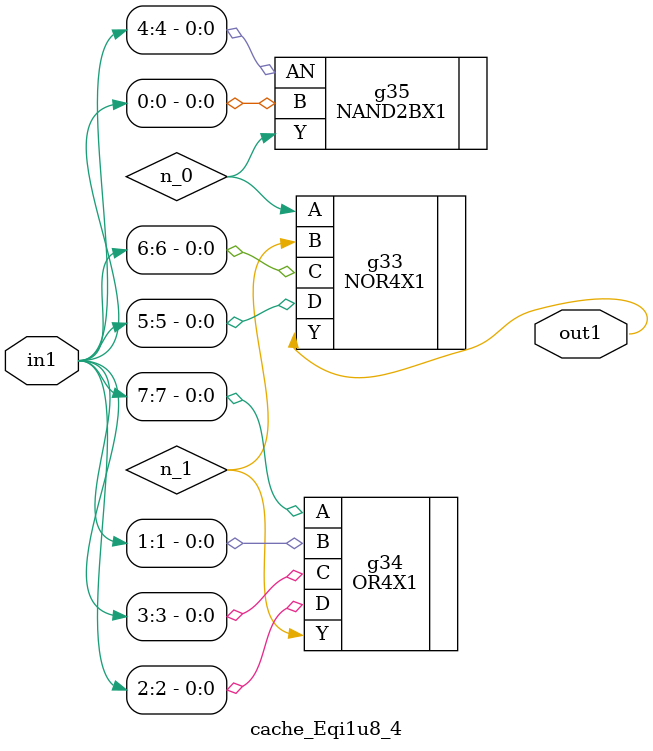
<source format=v>
`timescale 1ps / 1ps


module cache_Eqi1u8_4(in1, out1);
  input [7:0] in1;
  output out1;
  wire [7:0] in1;
  wire out1;
  wire n_0, n_1;
  NOR4X1 g33(.A (n_0), .B (n_1), .C (in1[6]), .D (in1[5]), .Y (out1));
  OR4X1 g34(.A (in1[7]), .B (in1[1]), .C (in1[3]), .D (in1[2]), .Y
       (n_1));
  NAND2BX1 g35(.AN (in1[4]), .B (in1[0]), .Y (n_0));
endmodule



</source>
